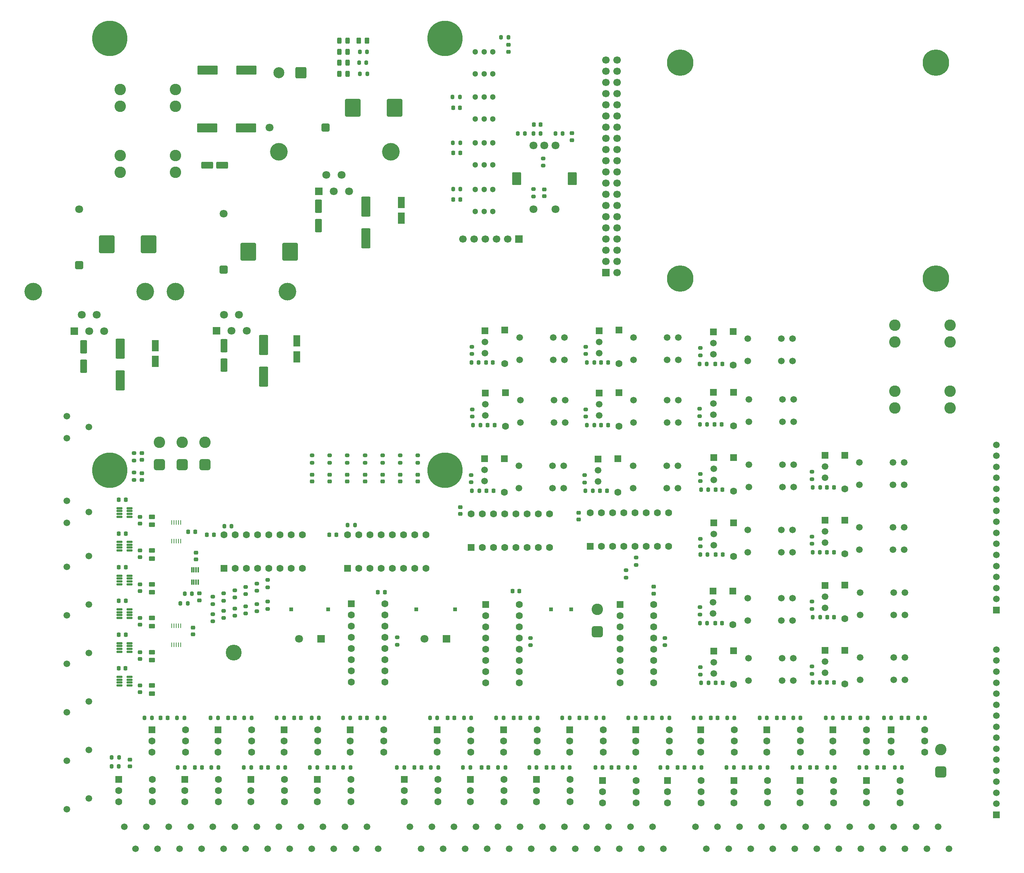
<source format=gbr>
%TF.GenerationSoftware,KiCad,Pcbnew,9.0.6*%
%TF.CreationDate,2025-11-10T19:23:00+01:00*%
%TF.ProjectId,BGA_Steuerung_4layer,4247415f-5374-4657-9565-72756e675f34,rev?*%
%TF.SameCoordinates,Original*%
%TF.FileFunction,Soldermask,Top*%
%TF.FilePolarity,Negative*%
%FSLAX46Y46*%
G04 Gerber Fmt 4.6, Leading zero omitted, Abs format (unit mm)*
G04 Created by KiCad (PCBNEW 9.0.6) date 2025-11-10 19:23:00*
%MOMM*%
%LPD*%
G01*
G04 APERTURE LIST*
G04 Aperture macros list*
%AMRoundRect*
0 Rectangle with rounded corners*
0 $1 Rounding radius*
0 $2 $3 $4 $5 $6 $7 $8 $9 X,Y pos of 4 corners*
0 Add a 4 corners polygon primitive as box body*
4,1,4,$2,$3,$4,$5,$6,$7,$8,$9,$2,$3,0*
0 Add four circle primitives for the rounded corners*
1,1,$1+$1,$2,$3*
1,1,$1+$1,$4,$5*
1,1,$1+$1,$6,$7*
1,1,$1+$1,$8,$9*
0 Add four rect primitives between the rounded corners*
20,1,$1+$1,$2,$3,$4,$5,0*
20,1,$1+$1,$4,$5,$6,$7,0*
20,1,$1+$1,$6,$7,$8,$9,0*
20,1,$1+$1,$8,$9,$2,$3,0*%
G04 Aperture macros list end*
%ADD10C,1.500000*%
%ADD11RoundRect,0.200000X-0.200000X-0.275000X0.200000X-0.275000X0.200000X0.275000X-0.200000X0.275000X0*%
%ADD12R,1.500000X1.500000*%
%ADD13RoundRect,0.250000X-0.550000X-0.550000X0.550000X-0.550000X0.550000X0.550000X-0.550000X0.550000X0*%
%ADD14C,1.600000*%
%ADD15RoundRect,0.250001X-2.049999X-0.799999X2.049999X-0.799999X2.049999X0.799999X-2.049999X0.799999X0*%
%ADD16RoundRect,0.200000X0.200000X0.275000X-0.200000X0.275000X-0.200000X-0.275000X0.200000X-0.275000X0*%
%ADD17RoundRect,0.218750X-0.218750X-0.256250X0.218750X-0.256250X0.218750X0.256250X-0.218750X0.256250X0*%
%ADD18RoundRect,0.225000X0.250000X-0.225000X0.250000X0.225000X-0.250000X0.225000X-0.250000X-0.225000X0*%
%ADD19RoundRect,0.218750X0.218750X0.256250X-0.218750X0.256250X-0.218750X-0.256250X0.218750X-0.256250X0*%
%ADD20R,0.850000X0.850000*%
%ADD21RoundRect,0.200000X-0.275000X0.200000X-0.275000X-0.200000X0.275000X-0.200000X0.275000X0.200000X0*%
%ADD22RoundRect,0.200000X0.275000X-0.200000X0.275000X0.200000X-0.275000X0.200000X-0.275000X-0.200000X0*%
%ADD23RoundRect,0.225000X-0.250000X0.225000X-0.250000X-0.225000X0.250000X-0.225000X0.250000X0.225000X0*%
%ADD24RoundRect,0.250000X-0.450000X0.262500X-0.450000X-0.262500X0.450000X-0.262500X0.450000X0.262500X0*%
%ADD25RoundRect,0.250000X0.650000X-0.650000X0.650000X0.650000X-0.650000X0.650000X-0.650000X-0.650000X0*%
%ADD26C,1.800000*%
%ADD27RoundRect,0.650000X0.650000X-0.650000X0.650000X0.650000X-0.650000X0.650000X-0.650000X-0.650000X0*%
%ADD28C,2.600000*%
%ADD29RoundRect,0.250000X-0.550000X0.550000X-0.550000X-0.550000X0.550000X-0.550000X0.550000X0.550000X0*%
%ADD30RoundRect,0.125000X-0.537500X-0.125000X0.537500X-0.125000X0.537500X0.125000X-0.537500X0.125000X0*%
%ADD31R,1.800000X1.800000*%
%ADD32RoundRect,0.225000X-0.225000X-0.250000X0.225000X-0.250000X0.225000X0.250000X-0.225000X0.250000X0*%
%ADD33C,4.000000*%
%ADD34C,1.498600*%
%ADD35RoundRect,0.218750X0.256250X-0.218750X0.256250X0.218750X-0.256250X0.218750X-0.256250X-0.218750X0*%
%ADD36RoundRect,0.250000X-1.075000X-0.550000X1.075000X-0.550000X1.075000X0.550000X-1.075000X0.550000X0*%
%ADD37RoundRect,0.243750X-0.243750X-0.456250X0.243750X-0.456250X0.243750X0.456250X-0.243750X0.456250X0*%
%ADD38RoundRect,0.225000X0.225000X0.250000X-0.225000X0.250000X-0.225000X-0.250000X0.225000X-0.250000X0*%
%ADD39RoundRect,0.087500X0.087500X-0.537500X0.087500X0.537500X-0.087500X0.537500X-0.087500X-0.537500X0*%
%ADD40C,3.600000*%
%ADD41RoundRect,0.250000X-0.550000X1.050000X-0.550000X-1.050000X0.550000X-1.050000X0.550000X1.050000X0*%
%ADD42RoundRect,0.250000X0.550000X-0.550000X0.550000X0.550000X-0.550000X0.550000X-0.550000X-0.550000X0*%
%ADD43RoundRect,0.250000X-0.550000X1.250000X-0.550000X-1.250000X0.550000X-1.250000X0.550000X1.250000X0*%
%ADD44RoundRect,0.250002X-1.499998X-1.749998X1.499998X-1.749998X1.499998X1.749998X-1.499998X1.749998X0*%
%ADD45R,0.250000X1.100000*%
%ADD46RoundRect,0.250000X0.262500X0.450000X-0.262500X0.450000X-0.262500X-0.450000X0.262500X-0.450000X0*%
%ADD47RoundRect,0.250000X0.650000X0.650000X-0.650000X0.650000X-0.650000X-0.650000X0.650000X-0.650000X0*%
%ADD48RoundRect,0.250000X1.000000X1.000000X-1.000000X1.000000X-1.000000X-1.000000X1.000000X-1.000000X0*%
%ADD49C,2.500000*%
%ADD50RoundRect,0.250001X-0.799999X1.999999X-0.799999X-1.999999X0.799999X-1.999999X0.799999X1.999999X0*%
%ADD51R,1.700000X1.700000*%
%ADD52C,1.700000*%
%ADD53C,1.300000*%
%ADD54RoundRect,0.200000X-0.800000X-1.250000X0.800000X-1.250000X0.800000X1.250000X-0.800000X1.250000X0*%
%ADD55C,6.000000*%
%ADD56C,8.000000*%
G04 APERTURE END LIST*
D10*
%TO.C,J5*%
X58250000Y-260500000D03*
X60750000Y-265500000D03*
X63250000Y-260500000D03*
X65750000Y-265500000D03*
X68250000Y-260500000D03*
X70750000Y-265500000D03*
X73250000Y-260500000D03*
X75750000Y-265500000D03*
X78250000Y-260500000D03*
X80750000Y-265500000D03*
X83250000Y-260500000D03*
X85750000Y-265500000D03*
X88250000Y-260500000D03*
X90750000Y-265500000D03*
X93250000Y-260500000D03*
X95750000Y-265500000D03*
X98250000Y-260500000D03*
X100750000Y-265500000D03*
X103250000Y-260500000D03*
X105750000Y-265500000D03*
X108250000Y-260500000D03*
X110750000Y-265500000D03*
X113250000Y-260500000D03*
X115750000Y-265500000D03*
%TD*%
D11*
%TO.C,R105*%
X136930000Y-155077581D03*
X138580000Y-155077581D03*
%TD*%
D10*
%TO.C,Q5*%
X140125000Y-167100557D03*
X140125000Y-164560557D03*
D12*
X140125000Y-162020557D03*
%TD*%
D10*
%TO.C,Q2*%
X191790714Y-166927744D03*
X191790714Y-164387744D03*
D12*
X191790714Y-161847744D03*
%TD*%
D10*
%TO.C,Q13*%
X217130000Y-225500000D03*
X217130000Y-222960000D03*
D12*
X217130000Y-220420000D03*
%TD*%
D13*
%TO.C,U28*%
X71945000Y-249710000D03*
D14*
X71945000Y-252250000D03*
X71945000Y-254790000D03*
X79565000Y-254790000D03*
X79565000Y-252250000D03*
X79565000Y-249710000D03*
%TD*%
D11*
%TO.C,R107*%
X162800000Y-184217790D03*
X164450000Y-184217790D03*
%TD*%
D15*
%TO.C,C2*%
X77000000Y-101800000D03*
X85800000Y-101800000D03*
%TD*%
D11*
%TO.C,R108*%
X163125000Y-155077581D03*
X164775000Y-155077581D03*
%TD*%
D16*
%TO.C,R25*%
X166900000Y-235750000D03*
X165250000Y-235750000D03*
%TD*%
D11*
%TO.C,R102*%
X137300000Y-169270557D03*
X138950000Y-169270557D03*
%TD*%
D17*
%TO.C,D19*%
X153962500Y-247000000D03*
X155537500Y-247000000D03*
%TD*%
D18*
%TO.C,C10*%
X178250000Y-207525000D03*
X178250000Y-205975000D03*
%TD*%
D19*
%TO.C,D58*%
X193650714Y-169137744D03*
X192075714Y-169137744D03*
%TD*%
D17*
%TO.C,D22*%
X131500000Y-235750000D03*
X133075000Y-235750000D03*
%TD*%
D19*
%TO.C,D65*%
X193790125Y-214204186D03*
X192215125Y-214204186D03*
%TD*%
D10*
%TO.C,Q14*%
X191870000Y-225646837D03*
X191870000Y-223106837D03*
D12*
X191870000Y-220566837D03*
%TD*%
D20*
%TO.C,J20*%
X155000000Y-211100000D03*
%TD*%
D17*
%TO.C,D25*%
X104250000Y-247000000D03*
X105825000Y-247000000D03*
%TD*%
D21*
%TO.C,R128*%
X120100000Y-217475000D03*
X120100000Y-219125000D03*
%TD*%
D22*
%TO.C,R65*%
X214130000Y-196231326D03*
X214130000Y-194581326D03*
%TD*%
D17*
%TO.C,D28*%
X81712500Y-235750000D03*
X83287500Y-235750000D03*
%TD*%
D23*
%TO.C,C44*%
X145300000Y-82950000D03*
X145300000Y-84500000D03*
%TD*%
D24*
%TO.C,R84*%
X64500000Y-213065000D03*
X64500000Y-214890000D03*
%TD*%
D25*
%TO.C,D2*%
X80750000Y-134000000D03*
D26*
X80750000Y-121300000D03*
%TD*%
D27*
%TO.C,REF\u002A\u002A*%
X243400000Y-248000000D03*
D28*
X243400000Y-242920000D03*
%TD*%
D13*
%TO.C,U8*%
X211445000Y-249960000D03*
D14*
X211445000Y-252500000D03*
X211445000Y-255040000D03*
X219065000Y-255040000D03*
X219065000Y-252500000D03*
X219065000Y-249960000D03*
%TD*%
D11*
%TO.C,R20*%
X187295000Y-235750000D03*
X188945000Y-235750000D03*
%TD*%
D12*
%TO.C,J6*%
X256000000Y-211250000D03*
D10*
X256000000Y-208750000D03*
X256000000Y-206250000D03*
X256000000Y-203750000D03*
X256000000Y-201250000D03*
X256000000Y-198750000D03*
X256000000Y-196250000D03*
X256000000Y-193750000D03*
X256000000Y-191250000D03*
X256000000Y-188750000D03*
X256000000Y-186250000D03*
X256000000Y-183750000D03*
X256000000Y-181250000D03*
X256000000Y-178750000D03*
X256000000Y-176250000D03*
X256000000Y-173750000D03*
%TD*%
D21*
%TO.C,R6*%
X174250000Y-199350000D03*
X174250000Y-201000000D03*
%TD*%
D22*
%TO.C,R63*%
X214130000Y-181549489D03*
X214130000Y-179899489D03*
%TD*%
D29*
%TO.C,D44*%
X221630000Y-220400000D03*
D14*
X221630000Y-228020000D03*
%TD*%
D22*
%TO.C,R122*%
X151000000Y-117375000D03*
X151000000Y-115725000D03*
%TD*%
D17*
%TO.C,D13*%
X198675000Y-247000000D03*
X200250000Y-247000000D03*
%TD*%
D30*
%TO.C,U42*%
X57112500Y-195795000D03*
X57112500Y-196445000D03*
X57112500Y-197095000D03*
X57112500Y-197745000D03*
X59387500Y-197745000D03*
X59387500Y-197095000D03*
X59387500Y-196445000D03*
X59387500Y-195795000D03*
%TD*%
D11*
%TO.C,R18*%
X194795000Y-247000000D03*
X196445000Y-247000000D03*
%TD*%
%TO.C,R47*%
X92795000Y-235750000D03*
X94445000Y-235750000D03*
%TD*%
D10*
%TO.C,Q11*%
X217130000Y-195986326D03*
X217130000Y-193446326D03*
D12*
X217130000Y-190906326D03*
%TD*%
D16*
%TO.C,R21*%
X189075000Y-247000000D03*
X187425000Y-247000000D03*
%TD*%
D13*
%TO.C,U9*%
X232130000Y-238460000D03*
D14*
X232130000Y-241000000D03*
X232130000Y-243540000D03*
X239750000Y-243540000D03*
X239750000Y-241000000D03*
X239750000Y-238460000D03*
%TD*%
D18*
%TO.C,C20*%
X62200000Y-177200000D03*
X62200000Y-175650000D03*
%TD*%
D22*
%TO.C,R66*%
X188894286Y-196772349D03*
X188894286Y-195122349D03*
%TD*%
D13*
%TO.C,U25*%
X94445000Y-238460000D03*
D14*
X94445000Y-241000000D03*
X94445000Y-243540000D03*
X102065000Y-243540000D03*
X102065000Y-241000000D03*
X102065000Y-238460000D03*
%TD*%
D31*
%TO.C,J22*%
X102800000Y-217800000D03*
D26*
X97800000Y-217800000D03*
%TD*%
D16*
%TO.C,R40*%
X109500000Y-247000000D03*
X107850000Y-247000000D03*
%TD*%
D17*
%TO.C,D12*%
X228962500Y-247000000D03*
X230537500Y-247000000D03*
%TD*%
D22*
%TO.C,R70*%
X188752625Y-212279186D03*
X188752625Y-210629186D03*
%TD*%
D32*
%TO.C,C41*%
X132825000Y-118100000D03*
X134375000Y-118100000D03*
%TD*%
D33*
%TO.C,HS1*%
X118700000Y-107250000D03*
X93300000Y-107250000D03*
%TD*%
D21*
%TO.C,R93*%
X90750000Y-204425000D03*
X90750000Y-206075000D03*
%TD*%
D20*
%TO.C,J19*%
X133220000Y-211100000D03*
%TD*%
D22*
%TO.C,R67*%
X214130000Y-225745000D03*
X214130000Y-224095000D03*
%TD*%
D34*
%TO.C,K7*%
X157860000Y-178534441D03*
X155320000Y-178534441D03*
X147700000Y-178534441D03*
X147700000Y-183614441D03*
X155320000Y-183614441D03*
X157860000Y-183614441D03*
%TD*%
D10*
%TO.C,J15*%
X45200000Y-212470000D03*
X50200000Y-210000000D03*
%TD*%
D11*
%TO.C,R29*%
X172545000Y-235750000D03*
X174195000Y-235750000D03*
%TD*%
D16*
%TO.C,R42*%
X94725000Y-247000000D03*
X93075000Y-247000000D03*
%TD*%
D10*
%TO.C,Q15*%
X217130000Y-210743163D03*
X217130000Y-208203163D03*
D12*
X217130000Y-205663163D03*
%TD*%
D13*
%TO.C,U5*%
X170630000Y-209970000D03*
D14*
X170630000Y-212510000D03*
X170630000Y-215050000D03*
X170630000Y-217590000D03*
X170630000Y-220130000D03*
X170630000Y-222670000D03*
X170630000Y-225210000D03*
X170630000Y-227750000D03*
X178250000Y-227750000D03*
X178250000Y-225210000D03*
X178250000Y-222670000D03*
X178250000Y-220130000D03*
X178250000Y-217590000D03*
X178250000Y-215050000D03*
X178250000Y-212510000D03*
X178250000Y-209970000D03*
%TD*%
D13*
%TO.C,U11*%
X196445000Y-249960000D03*
D14*
X196445000Y-252500000D03*
X196445000Y-255040000D03*
X204065000Y-255040000D03*
X204065000Y-252500000D03*
X204065000Y-249960000D03*
%TD*%
D21*
%TO.C,R97*%
X85750000Y-206000000D03*
X85750000Y-207650000D03*
%TD*%
D11*
%TO.C,R123*%
X132775000Y-115700000D03*
X134425000Y-115700000D03*
%TD*%
D18*
%TO.C,C22*%
X61750000Y-229935000D03*
X61750000Y-228385000D03*
%TD*%
D22*
%TO.C,R60*%
X162875000Y-167345558D03*
X162875000Y-165695558D03*
%TD*%
D19*
%TO.C,D64*%
X219205000Y-212913163D03*
X217630000Y-212913163D03*
%TD*%
D11*
%TO.C,R117*%
X132750000Y-105200000D03*
X134400000Y-105200000D03*
%TD*%
D23*
%TO.C,C19*%
X73750000Y-215225000D03*
X73750000Y-216775000D03*
%TD*%
D35*
%TO.C,D53*%
X104800000Y-182087500D03*
X104800000Y-180512500D03*
%TD*%
%TO.C,D48*%
X124800000Y-182087500D03*
X124800000Y-180512500D03*
%TD*%
D19*
%TO.C,D69*%
X193907500Y-227816837D03*
X192332500Y-227816837D03*
%TD*%
D36*
%TO.C,C3*%
X77050000Y-110300000D03*
X80400000Y-110300000D03*
%TD*%
D10*
%TO.C,J14*%
X45200000Y-223470000D03*
X50200000Y-221000000D03*
%TD*%
D11*
%TO.C,R46*%
X100295000Y-247000000D03*
X101945000Y-247000000D03*
%TD*%
D29*
%TO.C,D36*%
X144625000Y-161960557D03*
D14*
X144625000Y-169580557D03*
%TD*%
D31*
%TO.C,U3*%
X102350000Y-116200000D03*
D26*
X104050000Y-112500000D03*
X105750000Y-116200000D03*
X107450000Y-112500000D03*
X109150000Y-116200000D03*
%TD*%
D37*
%TO.C,D1*%
X107000000Y-82000000D03*
X108875000Y-82000000D03*
%TD*%
D17*
%TO.C,D14*%
X191212500Y-235750000D03*
X192787500Y-235750000D03*
%TD*%
D38*
%TO.C,C18*%
X74275000Y-193500000D03*
X72725000Y-193500000D03*
%TD*%
D16*
%TO.C,R26*%
X159250000Y-247000000D03*
X157600000Y-247000000D03*
%TD*%
D17*
%TO.C,D16*%
X176425000Y-235750000D03*
X178000000Y-235750000D03*
%TD*%
D22*
%TO.C,R62*%
X162625000Y-182292790D03*
X162625000Y-180642790D03*
%TD*%
D35*
%TO.C,D49*%
X120800000Y-182087500D03*
X120800000Y-180512500D03*
%TD*%
D22*
%TO.C,R58*%
X162875000Y-153152581D03*
X162875000Y-151502581D03*
%TD*%
D30*
%TO.C,U39*%
X57112500Y-218775000D03*
X57112500Y-219425000D03*
X57112500Y-220075000D03*
X57112500Y-220725000D03*
X59387500Y-220725000D03*
X59387500Y-220075000D03*
X59387500Y-219425000D03*
X59387500Y-218775000D03*
%TD*%
D11*
%TO.C,R10*%
X209795000Y-247000000D03*
X211445000Y-247000000D03*
%TD*%
D18*
%TO.C,C38*%
X153500000Y-117325000D03*
X153500000Y-115775000D03*
%TD*%
D21*
%TO.C,R98*%
X85750000Y-210425000D03*
X85750000Y-212075000D03*
%TD*%
D11*
%TO.C,R54*%
X55326466Y-246762141D03*
X56976466Y-246762141D03*
%TD*%
D35*
%TO.C,D31*%
X59500000Y-246787500D03*
X59500000Y-245212500D03*
%TD*%
D39*
%TO.C,U35*%
X73500000Y-204900000D03*
X74000000Y-204900000D03*
X74500000Y-204900000D03*
X75000000Y-204900000D03*
X75000000Y-202100000D03*
X74500000Y-202100000D03*
X74000000Y-202100000D03*
X73500000Y-202100000D03*
%TD*%
D11*
%TO.C,R124*%
X132675000Y-94800000D03*
X134325000Y-94800000D03*
%TD*%
D40*
%TO.C,REF\u002A\u002A*%
X83000000Y-220900000D03*
%TD*%
D29*
%TO.C,D35*%
X170375000Y-147727581D03*
D14*
X170375000Y-155347581D03*
%TD*%
D22*
%TO.C,R61*%
X136875000Y-182252791D03*
X136875000Y-180602791D03*
%TD*%
D21*
%TO.C,R95*%
X88250000Y-205250000D03*
X88250000Y-206900000D03*
%TD*%
D22*
%TO.C,R56*%
X188650714Y-167212744D03*
X188650714Y-165562744D03*
%TD*%
D34*
%TO.C,K12*%
X209800000Y-193053999D03*
X207260000Y-193053999D03*
X199640000Y-193053999D03*
X199640000Y-198133999D03*
X207260000Y-198133999D03*
X209800000Y-198133999D03*
%TD*%
D11*
%TO.C,R115*%
X189045000Y-227816837D03*
X190695000Y-227816837D03*
%TD*%
D17*
%TO.C,D26*%
X96712500Y-235750000D03*
X98287500Y-235750000D03*
%TD*%
D20*
%TO.C,J21*%
X159600000Y-211100000D03*
%TD*%
D38*
%TO.C,C11*%
X147775000Y-207000000D03*
X146225000Y-207000000D03*
%TD*%
D11*
%TO.C,R101*%
X188666786Y-155364744D03*
X190316786Y-155364744D03*
%TD*%
D21*
%TO.C,R71*%
X124800000Y-176168750D03*
X124800000Y-177818750D03*
%TD*%
D11*
%TO.C,R49*%
X77795000Y-235750000D03*
X79445000Y-235750000D03*
%TD*%
D21*
%TO.C,R74*%
X112800000Y-176168750D03*
X112800000Y-177818750D03*
%TD*%
D16*
%TO.C,R130*%
X82525000Y-192200000D03*
X80875000Y-192200000D03*
%TD*%
D38*
%TO.C,C15*%
X106275000Y-194185000D03*
X104725000Y-194185000D03*
%TD*%
D10*
%TO.C,J13*%
X45200000Y-234470000D03*
X50200000Y-232000000D03*
%TD*%
D24*
%TO.C,R92*%
X64500000Y-190085000D03*
X64500000Y-191910000D03*
%TD*%
D16*
%TO.C,R15*%
X234575000Y-247000000D03*
X232925000Y-247000000D03*
%TD*%
D21*
%TO.C,R99*%
X104800000Y-176168750D03*
X104800000Y-177818750D03*
%TD*%
D13*
%TO.C,U19*%
X136695000Y-249710000D03*
D14*
X136695000Y-252250000D03*
X136695000Y-254790000D03*
X144315000Y-254790000D03*
X144315000Y-252250000D03*
X144315000Y-249710000D03*
%TD*%
D34*
%TO.C,K13*%
X235260000Y-207269813D03*
X232720000Y-207269813D03*
X225100000Y-207269813D03*
X225100000Y-212349813D03*
X232720000Y-212349813D03*
X235260000Y-212349813D03*
%TD*%
D10*
%TO.C,Q9*%
X217130000Y-181229489D03*
X217130000Y-178689489D03*
D12*
X217130000Y-176149489D03*
%TD*%
D29*
%TO.C,D40*%
X221630000Y-176129489D03*
D14*
X221630000Y-183749489D03*
%TD*%
D10*
%TO.C,J16*%
X45200000Y-201470000D03*
X50200000Y-199000000D03*
%TD*%
D41*
%TO.C,C37*%
X97295807Y-150150000D03*
X97295807Y-153750000D03*
%TD*%
D17*
%TO.C,D21*%
X139212500Y-247000000D03*
X140787500Y-247000000D03*
%TD*%
D34*
%TO.C,K2*%
X209760000Y-149681394D03*
X207220000Y-149681394D03*
X199600000Y-149681394D03*
X199600000Y-154761394D03*
X207220000Y-154761394D03*
X209760000Y-154761394D03*
%TD*%
D21*
%TO.C,R86*%
X60450000Y-180075000D03*
X60450000Y-181725000D03*
%TD*%
D11*
%TO.C,R103*%
X163125000Y-169270558D03*
X164775000Y-169270558D03*
%TD*%
D19*
%TO.C,D67*%
X219130000Y-198156326D03*
X217555000Y-198156326D03*
%TD*%
D21*
%TO.C,R100*%
X100800000Y-176168750D03*
X100800000Y-177818750D03*
%TD*%
D17*
%TO.C,D29*%
X74212500Y-247000000D03*
X75787500Y-247000000D03*
%TD*%
D37*
%TO.C,D5*%
X107000000Y-84500000D03*
X108875000Y-84500000D03*
%TD*%
D11*
%TO.C,R8*%
X217295000Y-235750000D03*
X218945000Y-235750000D03*
%TD*%
%TO.C,R110*%
X214380000Y-212913163D03*
X216030000Y-212913163D03*
%TD*%
D16*
%TO.C,R43*%
X87075000Y-235750000D03*
X85425000Y-235750000D03*
%TD*%
D13*
%TO.C,U31*%
X109695000Y-209860000D03*
D14*
X109695000Y-212400000D03*
X109695000Y-214940000D03*
X109695000Y-217480000D03*
X109695000Y-220020000D03*
X109695000Y-222560000D03*
X109695000Y-225100000D03*
X109695000Y-227640000D03*
X117315000Y-227640000D03*
X117315000Y-225100000D03*
X117315000Y-222560000D03*
X117315000Y-220020000D03*
X117315000Y-217480000D03*
X117315000Y-214940000D03*
X117315000Y-212400000D03*
X117315000Y-209860000D03*
%TD*%
D20*
%TO.C,J18*%
X124400000Y-211100000D03*
%TD*%
D33*
%TO.C,HS2*%
X62950000Y-139000000D03*
X37550000Y-139000000D03*
%TD*%
D13*
%TO.C,U12*%
X188945000Y-238460000D03*
D14*
X188945000Y-241000000D03*
X188945000Y-243540000D03*
X196565000Y-243540000D03*
X196565000Y-241000000D03*
X196565000Y-238460000D03*
%TD*%
D19*
%TO.C,D68*%
X219130000Y-227670000D03*
X217555000Y-227670000D03*
%TD*%
D42*
%TO.C,U33*%
X163860000Y-196805000D03*
D14*
X166400000Y-196805000D03*
X168940000Y-196805000D03*
X171480000Y-196805000D03*
X174020000Y-196805000D03*
X176560000Y-196805000D03*
X179100000Y-196805000D03*
X181640000Y-196805000D03*
X181640000Y-189185000D03*
X179100000Y-189185000D03*
X176560000Y-189185000D03*
X174020000Y-189185000D03*
X171480000Y-189185000D03*
X168940000Y-189185000D03*
X166400000Y-189185000D03*
X163860000Y-189185000D03*
%TD*%
D10*
%TO.C,Q4*%
X165875000Y-152907581D03*
X165875000Y-150367581D03*
D12*
X165875000Y-147827581D03*
%TD*%
D24*
%TO.C,R90*%
X64500000Y-197745000D03*
X64500000Y-199570000D03*
%TD*%
D35*
%TO.C,D52*%
X108800000Y-182087500D03*
X108800000Y-180512500D03*
%TD*%
D38*
%TO.C,C32*%
X58525000Y-186250000D03*
X56975000Y-186250000D03*
%TD*%
D29*
%TO.C,D33*%
X196400714Y-161827744D03*
D14*
X196400714Y-169447744D03*
%TD*%
D30*
%TO.C,U43*%
X57112500Y-188135000D03*
X57112500Y-188785000D03*
X57112500Y-189435000D03*
X57112500Y-190085000D03*
X59387500Y-190085000D03*
X59387500Y-189435000D03*
X59387500Y-188785000D03*
X59387500Y-188135000D03*
%TD*%
D24*
%TO.C,R88*%
X64500000Y-205405000D03*
X64500000Y-207230000D03*
%TD*%
D16*
%TO.C,R23*%
X181825000Y-235750000D03*
X180175000Y-235750000D03*
%TD*%
D11*
%TO.C,R112*%
X189017500Y-183940512D03*
X190667500Y-183940512D03*
%TD*%
D29*
%TO.C,D34*%
X144505000Y-147727581D03*
D14*
X144505000Y-155347581D03*
%TD*%
D23*
%TO.C,C21*%
X62200000Y-180175000D03*
X62200000Y-181725000D03*
%TD*%
D34*
%TO.C,K10*%
X210000000Y-178297162D03*
X207460000Y-178297162D03*
X199840000Y-178297162D03*
X199840000Y-183377162D03*
X207460000Y-183377162D03*
X210000000Y-183377162D03*
%TD*%
D16*
%TO.C,R19*%
X196575000Y-235750000D03*
X194925000Y-235750000D03*
%TD*%
D34*
%TO.C,K9*%
X235100000Y-177756139D03*
X232560000Y-177756139D03*
X224940000Y-177756139D03*
X224940000Y-182836139D03*
X232560000Y-182836139D03*
X235100000Y-182836139D03*
%TD*%
D16*
%TO.C,R44*%
X79575000Y-247000000D03*
X77925000Y-247000000D03*
%TD*%
%TO.C,R27*%
X151900000Y-235750000D03*
X150250000Y-235750000D03*
%TD*%
D29*
%TO.C,D37*%
X170375000Y-161960558D03*
D14*
X170375000Y-169580558D03*
%TD*%
D29*
%TO.C,D46*%
X221630000Y-205643163D03*
D14*
X221630000Y-213263163D03*
%TD*%
D41*
%TO.C,C36*%
X65250000Y-151225000D03*
X65250000Y-154825000D03*
%TD*%
D32*
%TO.C,C39*%
X151100000Y-101050000D03*
X152650000Y-101050000D03*
%TD*%
D42*
%TO.C,U44*%
X80860000Y-201805000D03*
D14*
X83400000Y-201805000D03*
X85940000Y-201805000D03*
X88480000Y-201805000D03*
X91020000Y-201805000D03*
X93560000Y-201805000D03*
X96100000Y-201805000D03*
X98640000Y-201805000D03*
X98640000Y-194185000D03*
X96100000Y-194185000D03*
X93560000Y-194185000D03*
X91020000Y-194185000D03*
X88480000Y-194185000D03*
X85940000Y-194185000D03*
X83400000Y-194185000D03*
X80860000Y-194185000D03*
%TD*%
D18*
%TO.C,C16*%
X75250000Y-209050000D03*
X75250000Y-207500000D03*
%TD*%
D38*
%TO.C,C30*%
X58525000Y-193900000D03*
X56975000Y-193900000D03*
%TD*%
D43*
%TO.C,C8*%
X102250000Y-119550000D03*
X102250000Y-123950000D03*
%TD*%
D35*
%TO.C,D50*%
X116800000Y-182087500D03*
X116800000Y-180512500D03*
%TD*%
D16*
%TO.C,R78*%
X73575000Y-207525000D03*
X71925000Y-207525000D03*
%TD*%
D11*
%TO.C,R104*%
X188750714Y-169137744D03*
X190400714Y-169137744D03*
%TD*%
D13*
%TO.C,U6*%
X226565000Y-249960000D03*
D14*
X226565000Y-252500000D03*
X226565000Y-255040000D03*
X234185000Y-255040000D03*
X234185000Y-252500000D03*
X234185000Y-249960000D03*
%TD*%
D38*
%TO.C,C34*%
X78500000Y-194185000D03*
X76950000Y-194185000D03*
%TD*%
D27*
%TO.C,REF\u002A\u002A*%
X71300000Y-178280000D03*
D28*
X71300000Y-173200000D03*
%TD*%
D25*
%TO.C,D3*%
X48000000Y-132950000D03*
D26*
X48000000Y-120250000D03*
%TD*%
D11*
%TO.C,R22*%
X179795000Y-247000000D03*
X181445000Y-247000000D03*
%TD*%
D44*
%TO.C,L2*%
X54250000Y-128250000D03*
X63750000Y-128250000D03*
%TD*%
D16*
%TO.C,R77*%
X72575000Y-209750000D03*
X70925000Y-209750000D03*
%TD*%
D31*
%TO.C,U2*%
X79145807Y-147900000D03*
D26*
X80845807Y-144200000D03*
X82545807Y-147900000D03*
X84245807Y-144200000D03*
X85945807Y-147900000D03*
%TD*%
D27*
%TO.C,REF\u002A\u002A*%
X165500000Y-216180000D03*
D28*
X165500000Y-211100000D03*
%TD*%
D21*
%TO.C,R75*%
X108800000Y-176168750D03*
X108800000Y-177818750D03*
%TD*%
%TO.C,R83*%
X80750000Y-207500000D03*
X80750000Y-209150000D03*
%TD*%
D22*
%TO.C,R64*%
X188870000Y-182015512D03*
X188870000Y-180365512D03*
%TD*%
D10*
%TO.C,Q12*%
X191894286Y-196527349D03*
X191894286Y-193987349D03*
D12*
X191894286Y-191447349D03*
%TD*%
D17*
%TO.C,D27*%
X89262500Y-247000000D03*
X90837500Y-247000000D03*
%TD*%
D21*
%TO.C,R96*%
X88250000Y-209925000D03*
X88250000Y-211575000D03*
%TD*%
D16*
%TO.C,R39*%
X117250000Y-235750000D03*
X115600000Y-235750000D03*
%TD*%
D21*
%TO.C,R94*%
X90750000Y-209350000D03*
X90750000Y-211000000D03*
%TD*%
D18*
%TO.C,C13*%
X134400000Y-189475000D03*
X134400000Y-187925000D03*
%TD*%
D20*
%TO.C,J23*%
X96090000Y-211100000D03*
%TD*%
D16*
%TO.C,R17*%
X204075000Y-247000000D03*
X202425000Y-247000000D03*
%TD*%
D45*
%TO.C,U36*%
X71000000Y-214850000D03*
X70500000Y-214850000D03*
X70000000Y-214850000D03*
X69500000Y-214850000D03*
X69000000Y-214850000D03*
X69000000Y-219150000D03*
X69500000Y-219150000D03*
X70000000Y-219150000D03*
X70500000Y-219150000D03*
X71000000Y-219150000D03*
%TD*%
D22*
%TO.C,R59*%
X137125000Y-167345557D03*
X137125000Y-165695557D03*
%TD*%
D29*
%TO.C,D43*%
X196394286Y-191427349D03*
D14*
X196394286Y-199047349D03*
%TD*%
D17*
%TO.C,D10*%
X206250000Y-235750000D03*
X207825000Y-235750000D03*
%TD*%
D19*
%TO.C,D61*%
X167662500Y-184217790D03*
X166087500Y-184217790D03*
%TD*%
D16*
%TO.C,R9*%
X219325000Y-247000000D03*
X217675000Y-247000000D03*
%TD*%
D19*
%TO.C,D66*%
X193870000Y-183940512D03*
X192295000Y-183940512D03*
%TD*%
D34*
%TO.C,K3*%
X158000000Y-149354231D03*
X155460000Y-149354231D03*
X147840000Y-149354231D03*
X147840000Y-154434231D03*
X155460000Y-154434231D03*
X158000000Y-154434231D03*
%TD*%
D17*
%TO.C,D17*%
X168712500Y-247000000D03*
X170287500Y-247000000D03*
%TD*%
D13*
%TO.C,U18*%
X144195000Y-238460000D03*
D14*
X144195000Y-241000000D03*
X144195000Y-243540000D03*
X151815000Y-243540000D03*
X151815000Y-241000000D03*
X151815000Y-238460000D03*
%TD*%
D38*
%TO.C,C28*%
X58525000Y-201550000D03*
X56975000Y-201550000D03*
%TD*%
D21*
%TO.C,R127*%
X150300000Y-217590000D03*
X150300000Y-219240000D03*
%TD*%
D37*
%TO.C,D4*%
X107000000Y-87000000D03*
X108875000Y-87000000D03*
%TD*%
D17*
%TO.C,D18*%
X161462500Y-235750000D03*
X163037500Y-235750000D03*
%TD*%
%TO.C,D15*%
X183712500Y-247000000D03*
X185287500Y-247000000D03*
%TD*%
D21*
%TO.C,R87*%
X80750000Y-211425000D03*
X80750000Y-213075000D03*
%TD*%
D16*
%TO.C,R28*%
X144650000Y-247000000D03*
X143000000Y-247000000D03*
%TD*%
D29*
%TO.C,D41*%
X196370000Y-176670512D03*
D14*
X196370000Y-184290512D03*
%TD*%
D24*
%TO.C,R79*%
X64500000Y-228385000D03*
X64500000Y-230210000D03*
%TD*%
D11*
%TO.C,R119*%
X151000000Y-103050000D03*
X152650000Y-103050000D03*
%TD*%
D10*
%TO.C,Q7*%
X139875000Y-182007791D03*
X139875000Y-179467791D03*
D12*
X139875000Y-176927791D03*
%TD*%
D46*
%TO.C,R1*%
X113250000Y-82000000D03*
X111425000Y-82000000D03*
%TD*%
D16*
%TO.C,R51*%
X71825000Y-235750000D03*
X70175000Y-235750000D03*
%TD*%
D32*
%TO.C,C43*%
X132800000Y-97200000D03*
X134350000Y-97200000D03*
%TD*%
D11*
%TO.C,R37*%
X127545000Y-235750000D03*
X129195000Y-235750000D03*
%TD*%
D42*
%TO.C,U34*%
X108880000Y-201805000D03*
D14*
X111420000Y-201805000D03*
X113960000Y-201805000D03*
X116500000Y-201805000D03*
X119040000Y-201805000D03*
X121580000Y-201805000D03*
X124120000Y-201805000D03*
X126660000Y-201805000D03*
X126660000Y-194185000D03*
X124120000Y-194185000D03*
X121580000Y-194185000D03*
X119040000Y-194185000D03*
X116500000Y-194185000D03*
X113960000Y-194185000D03*
X111420000Y-194185000D03*
X108880000Y-194185000D03*
%TD*%
D29*
%TO.C,D38*%
X144375000Y-176907791D03*
D14*
X144375000Y-184527791D03*
%TD*%
D13*
%TO.C,U21*%
X121695000Y-249710000D03*
D14*
X121695000Y-252250000D03*
X121695000Y-254790000D03*
X129315000Y-254790000D03*
X129315000Y-252250000D03*
X129315000Y-249710000D03*
%TD*%
D21*
%TO.C,R126*%
X180800000Y-217590000D03*
X180800000Y-219240000D03*
%TD*%
%TO.C,R89*%
X83250000Y-206750000D03*
X83250000Y-208400000D03*
%TD*%
D34*
%TO.C,K11*%
X235060000Y-192512976D03*
X232520000Y-192512976D03*
X224900000Y-192512976D03*
X224900000Y-197592976D03*
X232520000Y-197592976D03*
X235060000Y-197592976D03*
%TD*%
D22*
%TO.C,R120*%
X153200000Y-110375000D03*
X153200000Y-108725000D03*
%TD*%
D11*
%TO.C,R14*%
X230480000Y-235750000D03*
X232130000Y-235750000D03*
%TD*%
D17*
%TO.C,D11*%
X234462500Y-235750000D03*
X236037500Y-235750000D03*
%TD*%
D11*
%TO.C,R30*%
X165045000Y-247000000D03*
X166695000Y-247000000D03*
%TD*%
D34*
%TO.C,K1*%
X210040000Y-163454394D03*
X207500000Y-163454394D03*
X199880000Y-163454394D03*
X199880000Y-168534394D03*
X207500000Y-168534394D03*
X210040000Y-168534394D03*
%TD*%
D16*
%TO.C,R129*%
X110525000Y-192000000D03*
X108875000Y-192000000D03*
%TD*%
D11*
%TO.C,R50*%
X70295000Y-247000000D03*
X71945000Y-247000000D03*
%TD*%
D35*
%TO.C,D51*%
X112800000Y-182087500D03*
X112800000Y-180512500D03*
%TD*%
D10*
%TO.C,Q8*%
X165625000Y-182047790D03*
X165625000Y-179507790D03*
D12*
X165625000Y-176967790D03*
%TD*%
D13*
%TO.C,U14*%
X174195000Y-238460000D03*
D14*
X174195000Y-241000000D03*
X174195000Y-243540000D03*
X181815000Y-243540000D03*
X181815000Y-241000000D03*
X181815000Y-238460000D03*
%TD*%
D13*
%TO.C,U16*%
X159195000Y-238460000D03*
D14*
X159195000Y-241000000D03*
X159195000Y-243540000D03*
X166815000Y-243540000D03*
X166815000Y-241000000D03*
X166815000Y-238460000D03*
%TD*%
D38*
%TO.C,C24*%
X58525000Y-216850000D03*
X56975000Y-216850000D03*
%TD*%
D47*
%TO.C,D6*%
X103850000Y-101750000D03*
D26*
X91150000Y-101750000D03*
%TD*%
D11*
%TO.C,R33*%
X142545000Y-235750000D03*
X144195000Y-235750000D03*
%TD*%
%TO.C,R48*%
X85325000Y-247000000D03*
X86975000Y-247000000D03*
%TD*%
D10*
%TO.C,J3*%
X187750000Y-260500000D03*
X190250000Y-265500000D03*
X192750000Y-260500000D03*
X195250000Y-265500000D03*
X197750000Y-260500000D03*
X200250000Y-265500000D03*
X202750000Y-260500000D03*
X205250000Y-265500000D03*
X207750000Y-260500000D03*
X210250000Y-265500000D03*
X212750000Y-260500000D03*
X215250000Y-265500000D03*
X217750000Y-260500000D03*
X220250000Y-265500000D03*
X222750000Y-260500000D03*
X225250000Y-265500000D03*
X227750000Y-260500000D03*
X230250000Y-265500000D03*
X232750000Y-260500000D03*
X235250000Y-265500000D03*
X237750000Y-260500000D03*
X240250000Y-265500000D03*
X242750000Y-260500000D03*
X245250000Y-265500000D03*
%TD*%
D11*
%TO.C,R32*%
X150045000Y-247000000D03*
X151695000Y-247000000D03*
%TD*%
D18*
%TO.C,C25*%
X61750000Y-222387500D03*
X61750000Y-220837500D03*
%TD*%
D22*
%TO.C,R57*%
X137005000Y-153152581D03*
X137005000Y-151502581D03*
%TD*%
D35*
%TO.C,D54*%
X100800000Y-182087500D03*
X100800000Y-180512500D03*
%TD*%
D10*
%TO.C,J11*%
X45200000Y-256470000D03*
X50200000Y-254000000D03*
%TD*%
D16*
%TO.C,R2*%
X113112500Y-87000000D03*
X111462500Y-87000000D03*
%TD*%
D38*
%TO.C,C23*%
X58500000Y-224500000D03*
X56950000Y-224500000D03*
%TD*%
D13*
%TO.C,U17*%
X151695000Y-249710000D03*
D14*
X151695000Y-252250000D03*
X151695000Y-254790000D03*
X159315000Y-254790000D03*
X159315000Y-252250000D03*
X159315000Y-249710000D03*
%TD*%
D37*
%TO.C,D7*%
X107000000Y-89500000D03*
X108875000Y-89500000D03*
%TD*%
D19*
%TO.C,D59*%
X141792500Y-155077581D03*
X140217500Y-155077581D03*
%TD*%
D10*
%TO.C,Q16*%
X191752625Y-212034186D03*
X191752625Y-209494186D03*
D12*
X191752625Y-206954186D03*
%TD*%
D13*
%TO.C,U22*%
X140162500Y-209970000D03*
D14*
X140162500Y-212510000D03*
X140162500Y-215050000D03*
X140162500Y-217590000D03*
X140162500Y-220130000D03*
X140162500Y-222670000D03*
X140162500Y-225210000D03*
X140162500Y-227750000D03*
X147782500Y-227750000D03*
X147782500Y-225210000D03*
X147782500Y-222670000D03*
X147782500Y-220130000D03*
X147782500Y-217590000D03*
X147782500Y-215050000D03*
X147782500Y-212510000D03*
X147782500Y-209970000D03*
%TD*%
D45*
%TO.C,U37*%
X71000000Y-191350000D03*
X70500000Y-191350000D03*
X70000000Y-191350000D03*
X69500000Y-191350000D03*
X69000000Y-191350000D03*
X69000000Y-195650000D03*
X69500000Y-195650000D03*
X70000000Y-195650000D03*
X70500000Y-195650000D03*
X71000000Y-195650000D03*
%TD*%
D48*
%TO.C,J2*%
X98250000Y-89250000D03*
D49*
X93250000Y-89250000D03*
%TD*%
D31*
%TO.C,J17*%
X131283750Y-217800000D03*
D26*
X126283750Y-217800000D03*
%TD*%
D34*
%TO.C,K14*%
X209760000Y-208560836D03*
X207220000Y-208560836D03*
X199600000Y-208560836D03*
X199600000Y-213640836D03*
X207220000Y-213640836D03*
X209760000Y-213640836D03*
%TD*%
D29*
%TO.C,D47*%
X196252625Y-206934186D03*
D14*
X196252625Y-214554186D03*
%TD*%
D29*
%TO.C,D32*%
X196316786Y-148054744D03*
D14*
X196316786Y-155674744D03*
%TD*%
D34*
%TO.C,K5*%
X158229700Y-163587207D03*
X155689700Y-163587207D03*
X148069700Y-163587207D03*
X148069700Y-168667207D03*
X155689700Y-168667207D03*
X158229700Y-168667207D03*
%TD*%
D22*
%TO.C,R69*%
X214130000Y-210988163D03*
X214130000Y-209338163D03*
%TD*%
D17*
%TO.C,D30*%
X66462500Y-235750000D03*
X68037500Y-235750000D03*
%TD*%
D23*
%TO.C,C17*%
X74500000Y-198225000D03*
X74500000Y-199775000D03*
%TD*%
D29*
%TO.C,D42*%
X221630000Y-190886326D03*
D14*
X221630000Y-198506326D03*
%TD*%
D13*
%TO.C,U20*%
X129195000Y-238460000D03*
D14*
X129195000Y-241000000D03*
X129195000Y-243540000D03*
X136815000Y-243540000D03*
X136815000Y-241000000D03*
X136815000Y-238460000D03*
%TD*%
D20*
%TO.C,J24*%
X104410000Y-211100000D03*
%TD*%
D29*
%TO.C,D39*%
X170125000Y-176907790D03*
D14*
X170125000Y-184527790D03*
%TD*%
D22*
%TO.C,R5*%
X172000000Y-203900000D03*
X172000000Y-202250000D03*
%TD*%
D13*
%TO.C,U29*%
X64445000Y-238460000D03*
D14*
X64445000Y-241000000D03*
X64445000Y-243540000D03*
X72065000Y-243540000D03*
X72065000Y-241000000D03*
X72065000Y-238460000D03*
%TD*%
D10*
%TO.C,Q6*%
X165875000Y-167100558D03*
X165875000Y-164560558D03*
D12*
X165875000Y-162020558D03*
%TD*%
D13*
%TO.C,U15*%
X166695000Y-249960000D03*
D14*
X166695000Y-252500000D03*
X166695000Y-255040000D03*
X174315000Y-255040000D03*
X174315000Y-252500000D03*
X174315000Y-249960000D03*
%TD*%
D27*
%TO.C,REF\u002A\u002A*%
X66200000Y-178280000D03*
D28*
X66200000Y-173200000D03*
%TD*%
D11*
%TO.C,R31*%
X157545000Y-235750000D03*
X159195000Y-235750000D03*
%TD*%
D23*
%TO.C,C14*%
X161250000Y-189185000D03*
X161250000Y-190735000D03*
%TD*%
D27*
%TO.C,REF\u002A\u002A*%
X76500000Y-178300000D03*
D28*
X76500000Y-173220000D03*
%TD*%
D13*
%TO.C,U23*%
X109445000Y-238460000D03*
D14*
X109445000Y-241000000D03*
X109445000Y-243540000D03*
X117065000Y-243540000D03*
X117065000Y-241000000D03*
X117065000Y-238460000D03*
%TD*%
D50*
%TO.C,C9*%
X113000000Y-119650000D03*
X113000000Y-126850000D03*
%TD*%
D11*
%TO.C,R106*%
X137050000Y-184177791D03*
X138700000Y-184177791D03*
%TD*%
%TO.C,R113*%
X214305000Y-198156326D03*
X215955000Y-198156326D03*
%TD*%
D10*
%TO.C,Q1*%
X191816786Y-153194744D03*
X191816786Y-150654744D03*
D12*
X191816786Y-148114744D03*
%TD*%
D13*
%TO.C,U7*%
X218945000Y-238460000D03*
D14*
X218945000Y-241000000D03*
X218945000Y-243540000D03*
X226565000Y-243540000D03*
X226565000Y-241000000D03*
X226565000Y-238460000D03*
%TD*%
D10*
%TO.C,J10*%
X45200000Y-167250000D03*
X50200000Y-169750000D03*
X45200000Y-172250000D03*
%TD*%
D11*
%TO.C,R52*%
X55350000Y-244750000D03*
X57000000Y-244750000D03*
%TD*%
D10*
%TO.C,J4*%
X123000000Y-260500000D03*
X125500000Y-265500000D03*
X128000000Y-260500000D03*
X130500000Y-265500000D03*
X133000000Y-260500000D03*
X135500000Y-265500000D03*
X138000000Y-260500000D03*
X140500000Y-265500000D03*
X143000000Y-260500000D03*
X145500000Y-265500000D03*
X148000000Y-260500000D03*
X150500000Y-265500000D03*
X153000000Y-260500000D03*
X155500000Y-265500000D03*
X158000000Y-260500000D03*
X160500000Y-265500000D03*
X163000000Y-260500000D03*
X165500000Y-265500000D03*
X168000000Y-260500000D03*
X170500000Y-265500000D03*
X173000000Y-260500000D03*
X175500000Y-265500000D03*
X178000000Y-260500000D03*
X180500000Y-265500000D03*
%TD*%
D13*
%TO.C,U30*%
X56945000Y-249710000D03*
D14*
X56945000Y-252250000D03*
X56945000Y-254790000D03*
X64565000Y-254790000D03*
X64565000Y-252250000D03*
X64565000Y-249710000D03*
%TD*%
D11*
%TO.C,R125*%
X143650000Y-81200000D03*
X145300000Y-81200000D03*
%TD*%
D16*
%TO.C,R11*%
X211575000Y-235750000D03*
X209925000Y-235750000D03*
%TD*%
D11*
%TO.C,R53*%
X62795000Y-235790000D03*
X64445000Y-235790000D03*
%TD*%
%TO.C,R114*%
X214305000Y-227670000D03*
X215955000Y-227670000D03*
%TD*%
D44*
%TO.C,L3*%
X110000000Y-97250000D03*
X119500000Y-97250000D03*
%TD*%
D11*
%TO.C,R34*%
X135045000Y-247000000D03*
X136695000Y-247000000D03*
%TD*%
D16*
%TO.C,R121*%
X157650000Y-103050000D03*
X156000000Y-103050000D03*
%TD*%
D10*
%TO.C,Q3*%
X140005000Y-152907581D03*
X140005000Y-150367581D03*
D12*
X140005000Y-147827581D03*
%TD*%
D32*
%TO.C,C42*%
X132825000Y-107500000D03*
X134375000Y-107500000D03*
%TD*%
D11*
%TO.C,R118*%
X147425000Y-103050000D03*
X149075000Y-103050000D03*
%TD*%
D18*
%TO.C,C33*%
X61750000Y-191635000D03*
X61750000Y-190085000D03*
%TD*%
D22*
%TO.C,R85*%
X60450000Y-177300000D03*
X60450000Y-175650000D03*
%TD*%
D16*
%TO.C,R41*%
X102325000Y-235750000D03*
X100675000Y-235750000D03*
%TD*%
D19*
%TO.C,D70*%
X193894286Y-198697349D03*
X192319286Y-198697349D03*
%TD*%
D30*
%TO.C,U38*%
X57112500Y-226435000D03*
X57112500Y-227085000D03*
X57112500Y-227735000D03*
X57112500Y-228385000D03*
X59387500Y-228385000D03*
X59387500Y-227735000D03*
X59387500Y-227085000D03*
X59387500Y-226435000D03*
%TD*%
D11*
%TO.C,R45*%
X107795000Y-235750000D03*
X109445000Y-235750000D03*
%TD*%
D13*
%TO.C,U27*%
X79445000Y-238460000D03*
D14*
X79445000Y-241000000D03*
X79445000Y-243540000D03*
X87065000Y-243540000D03*
X87065000Y-241000000D03*
X87065000Y-238460000D03*
%TD*%
D22*
%TO.C,R55*%
X188816786Y-153439744D03*
X188816786Y-151789744D03*
%TD*%
D29*
%TO.C,D45*%
X196370000Y-220546837D03*
D14*
X196370000Y-228166837D03*
%TD*%
D16*
%TO.C,R3*%
X113250000Y-84500000D03*
X111600000Y-84500000D03*
%TD*%
D43*
%TO.C,C4*%
X49000000Y-151500000D03*
X49000000Y-155900000D03*
%TD*%
D34*
%TO.C,K6*%
X183860000Y-163587208D03*
X181320000Y-163587208D03*
X173700000Y-163587208D03*
X173700000Y-168667208D03*
X181320000Y-168667208D03*
X183860000Y-168667208D03*
%TD*%
D16*
%TO.C,R4*%
X113325000Y-89500000D03*
X111675000Y-89500000D03*
%TD*%
D38*
%TO.C,C12*%
X117275000Y-207250000D03*
X115725000Y-207250000D03*
%TD*%
D10*
%TO.C,J9*%
X45200000Y-186500000D03*
X50200000Y-189000000D03*
X45200000Y-191500000D03*
%TD*%
D13*
%TO.C,U24*%
X101945000Y-249710000D03*
D14*
X101945000Y-252250000D03*
X101945000Y-254790000D03*
X109565000Y-254790000D03*
X109565000Y-252250000D03*
X109565000Y-249710000D03*
%TD*%
D18*
%TO.C,C29*%
X61750000Y-206955000D03*
X61750000Y-205405000D03*
%TD*%
D38*
%TO.C,C26*%
X58525000Y-209200000D03*
X56975000Y-209200000D03*
%TD*%
D13*
%TO.C,U10*%
X203945000Y-238460000D03*
D14*
X203945000Y-241000000D03*
X203945000Y-243540000D03*
X211565000Y-243540000D03*
X211565000Y-241000000D03*
X211565000Y-238460000D03*
%TD*%
D21*
%TO.C,R81*%
X78250000Y-212175000D03*
X78250000Y-213825000D03*
%TD*%
D33*
%TO.C,HS3*%
X95245807Y-138950000D03*
X69845807Y-138950000D03*
%TD*%
D17*
%TO.C,D8*%
X221212500Y-235750000D03*
X222787500Y-235750000D03*
%TD*%
D18*
%TO.C,C31*%
X61750000Y-199295000D03*
X61750000Y-197745000D03*
%TD*%
D19*
%TO.C,D57*%
X167912500Y-169270558D03*
X166337500Y-169270558D03*
%TD*%
D21*
%TO.C,R72*%
X120800000Y-176168750D03*
X120800000Y-177818750D03*
%TD*%
D28*
%TO.C,J1*%
X69800000Y-93100000D03*
X57300000Y-93100000D03*
X69800000Y-96900000D03*
X57300000Y-96900000D03*
X69800000Y-108100000D03*
X57300000Y-108100000D03*
X69800000Y-111900000D03*
X57300000Y-111900000D03*
%TD*%
D11*
%TO.C,R16*%
X224915000Y-247000000D03*
X226565000Y-247000000D03*
%TD*%
D13*
%TO.C,U26*%
X86945000Y-249710000D03*
D14*
X86945000Y-252250000D03*
X86945000Y-254790000D03*
X94565000Y-254790000D03*
X94565000Y-252250000D03*
X94565000Y-249710000D03*
%TD*%
D50*
%TO.C,C7*%
X57250000Y-151900000D03*
X57250000Y-159100000D03*
%TD*%
D21*
%TO.C,R73*%
X116800000Y-176168750D03*
X116800000Y-177818750D03*
%TD*%
D24*
%TO.C,R82*%
X64500000Y-220837500D03*
X64500000Y-222662500D03*
%TD*%
D44*
%TO.C,L1*%
X86295807Y-129950000D03*
X95795807Y-129950000D03*
%TD*%
D11*
%TO.C,R12*%
X202295000Y-235750000D03*
X203945000Y-235750000D03*
%TD*%
D43*
%TO.C,C5*%
X80795807Y-151250000D03*
X80795807Y-155650000D03*
%TD*%
D17*
%TO.C,D23*%
X124000000Y-247000000D03*
X125575000Y-247000000D03*
%TD*%
D11*
%TO.C,R111*%
X188752625Y-214204186D03*
X190402625Y-214204186D03*
%TD*%
D30*
%TO.C,U41*%
X57112500Y-203455000D03*
X57112500Y-204105000D03*
X57112500Y-204755000D03*
X57112500Y-205405000D03*
X59387500Y-205405000D03*
X59387500Y-204755000D03*
X59387500Y-204105000D03*
X59387500Y-203455000D03*
%TD*%
D19*
%TO.C,D60*%
X141912500Y-184177791D03*
X140337500Y-184177791D03*
%TD*%
D41*
%TO.C,C35*%
X121000000Y-118700000D03*
X121000000Y-122300000D03*
%TD*%
D28*
%TO.C,J8*%
X233000000Y-165400000D03*
X245500000Y-165400000D03*
X233000000Y-161600000D03*
X245500000Y-161600000D03*
X233000000Y-150400000D03*
X245500000Y-150400000D03*
X233000000Y-146600000D03*
X245500000Y-146600000D03*
%TD*%
D21*
%TO.C,R91*%
X83250000Y-210925000D03*
X83250000Y-212575000D03*
%TD*%
D42*
%TO.C,U32*%
X136900000Y-197065000D03*
D14*
X139440000Y-197065000D03*
X141980000Y-197065000D03*
X144520000Y-197065000D03*
X147060000Y-197065000D03*
X149600000Y-197065000D03*
X152140000Y-197065000D03*
X154680000Y-197065000D03*
X154680000Y-189445000D03*
X152140000Y-189445000D03*
X149600000Y-189445000D03*
X147060000Y-189445000D03*
X144520000Y-189445000D03*
X141980000Y-189445000D03*
X139440000Y-189445000D03*
X136900000Y-189445000D03*
%TD*%
D11*
%TO.C,R116*%
X188819286Y-198697349D03*
X190469286Y-198697349D03*
%TD*%
D19*
%TO.C,D62*%
X167912500Y-155077581D03*
X166337500Y-155077581D03*
%TD*%
D17*
%TO.C,D24*%
X111712500Y-235750000D03*
X113287500Y-235750000D03*
%TD*%
%TO.C,D20*%
X146500000Y-235750000D03*
X148075000Y-235750000D03*
%TD*%
D19*
%TO.C,D55*%
X193816786Y-155364744D03*
X192241786Y-155364744D03*
%TD*%
D16*
%TO.C,R24*%
X174000000Y-247000000D03*
X172350000Y-247000000D03*
%TD*%
D13*
%TO.C,U13*%
X181445000Y-249960000D03*
D14*
X181445000Y-252500000D03*
X181445000Y-255040000D03*
X189065000Y-255040000D03*
X189065000Y-252500000D03*
X189065000Y-249960000D03*
%TD*%
D51*
%TO.C,J25*%
X147745000Y-127000000D03*
D52*
X145205000Y-127000000D03*
X142665000Y-127000000D03*
X140125000Y-127000000D03*
X137585000Y-127000000D03*
X135045000Y-127000000D03*
%TD*%
D17*
%TO.C,D9*%
X213712500Y-247000000D03*
X215287500Y-247000000D03*
%TD*%
D21*
%TO.C,R80*%
X78250000Y-208250000D03*
X78250000Y-209900000D03*
%TD*%
D30*
%TO.C,U40*%
X57112500Y-211115000D03*
X57112500Y-211765000D03*
X57112500Y-212415000D03*
X57112500Y-213065000D03*
X59387500Y-213065000D03*
X59387500Y-212415000D03*
X59387500Y-211765000D03*
X59387500Y-211115000D03*
%TD*%
D16*
%TO.C,R13*%
X239825000Y-235750000D03*
X238175000Y-235750000D03*
%TD*%
%TO.C,R36*%
X129400000Y-247000000D03*
X127750000Y-247000000D03*
%TD*%
D15*
%TO.C,C1*%
X77100000Y-88700000D03*
X85900000Y-88700000D03*
%TD*%
D31*
%TO.C,U1*%
X46850000Y-147950000D03*
D26*
X48550000Y-144250000D03*
X50250000Y-147950000D03*
X51950000Y-144250000D03*
X53650000Y-147950000D03*
%TD*%
D34*
%TO.C,K16*%
X209900000Y-222173487D03*
X207360000Y-222173487D03*
X199740000Y-222173487D03*
X199740000Y-227253487D03*
X207360000Y-227253487D03*
X209900000Y-227253487D03*
%TD*%
D16*
%TO.C,R35*%
X136900000Y-235750000D03*
X135250000Y-235750000D03*
%TD*%
D10*
%TO.C,Q10*%
X191870000Y-181770512D03*
X191870000Y-179230512D03*
D12*
X191870000Y-176690512D03*
%TD*%
D16*
%TO.C,R7*%
X226825000Y-235750000D03*
X225175000Y-235750000D03*
%TD*%
D11*
%TO.C,R109*%
X214380000Y-183399489D03*
X216030000Y-183399489D03*
%TD*%
D18*
%TO.C,C40*%
X159750000Y-104575000D03*
X159750000Y-103025000D03*
%TD*%
D34*
%TO.C,K15*%
X235260000Y-222026650D03*
X232720000Y-222026650D03*
X225100000Y-222026650D03*
X225100000Y-227106650D03*
X232720000Y-227106650D03*
X235260000Y-227106650D03*
%TD*%
D50*
%TO.C,C6*%
X89795807Y-151100000D03*
X89795807Y-158300000D03*
%TD*%
D18*
%TO.C,C27*%
X61750000Y-214615000D03*
X61750000Y-213065000D03*
%TD*%
D11*
%TO.C,R38*%
X120045000Y-247000000D03*
X121695000Y-247000000D03*
%TD*%
D10*
%TO.C,J12*%
X45200000Y-245470000D03*
X50200000Y-243000000D03*
%TD*%
D19*
%TO.C,D63*%
X219167500Y-183399489D03*
X217592500Y-183399489D03*
%TD*%
D22*
%TO.C,R68*%
X188870000Y-225891837D03*
X188870000Y-224241837D03*
%TD*%
D19*
%TO.C,D56*%
X142162500Y-169270557D03*
X140587500Y-169270557D03*
%TD*%
D12*
%TO.C,J7*%
X256000000Y-257750000D03*
D10*
X256000000Y-255250000D03*
X256000000Y-252750000D03*
X256000000Y-250250000D03*
X256000000Y-247750000D03*
X256000000Y-245250000D03*
X256000000Y-242750000D03*
X256000000Y-240250000D03*
X256000000Y-237750000D03*
X256000000Y-235250000D03*
X256000000Y-232750000D03*
X256000000Y-230250000D03*
X256000000Y-227750000D03*
X256000000Y-225250000D03*
X256000000Y-222750000D03*
X256000000Y-220250000D03*
%TD*%
D34*
%TO.C,K8*%
X183800000Y-178534440D03*
X181260000Y-178534440D03*
X173640000Y-178534440D03*
X173640000Y-183614440D03*
X181260000Y-183614440D03*
X183800000Y-183614440D03*
%TD*%
%TO.C,K4*%
X183840000Y-149354231D03*
X181300000Y-149354231D03*
X173680000Y-149354231D03*
X173680000Y-154434231D03*
X181300000Y-154434231D03*
X183840000Y-154434231D03*
%TD*%
D53*
%TO.C,SW5*%
X137800000Y-84500000D03*
X139800000Y-84500000D03*
X141800000Y-84500000D03*
X137800000Y-89500000D03*
X139800000Y-89500000D03*
X141800000Y-89500000D03*
%TD*%
%TO.C,SW2*%
X137800000Y-115800000D03*
X139800000Y-115800000D03*
X141800000Y-115800000D03*
X137800000Y-120800000D03*
X139800000Y-120800000D03*
X141800000Y-120800000D03*
%TD*%
%TO.C,SW3*%
X137800000Y-105200000D03*
X139800000Y-105200000D03*
X141800000Y-105200000D03*
X137800000Y-110200000D03*
X139800000Y-110200000D03*
X141800000Y-110200000D03*
%TD*%
%TO.C,SW4*%
X137800000Y-94800000D03*
X139800000Y-94800000D03*
X141800000Y-94800000D03*
X137800000Y-99800000D03*
X139800000Y-99800000D03*
X141800000Y-99800000D03*
%TD*%
D54*
%TO.C,SW1*%
X147200000Y-113300000D03*
X159800000Y-113300000D03*
D26*
X151000000Y-105800000D03*
X156000000Y-105800000D03*
X153500000Y-105800000D03*
X151000000Y-120300000D03*
X156000000Y-120300000D03*
%TD*%
D55*
%TO.C,RP*%
X184250000Y-136000000D03*
X242250000Y-136000000D03*
X184250000Y-87000000D03*
X242250000Y-87000000D03*
%TD*%
D51*
%TO.C,U4*%
X167460000Y-134620000D03*
D52*
X170000000Y-134620000D03*
X167460000Y-132080000D03*
X170000000Y-132080000D03*
X167460000Y-129540000D03*
X170000000Y-129540000D03*
X167460000Y-127000000D03*
X170000000Y-127000000D03*
X167460000Y-124460000D03*
X170000000Y-124460000D03*
X167460000Y-121920000D03*
X170000000Y-121920000D03*
X167460000Y-119380000D03*
X170000000Y-119380000D03*
X167460000Y-116840000D03*
X170000000Y-116840000D03*
X167460000Y-114300000D03*
X170000000Y-114300000D03*
X167460000Y-111760000D03*
X170000000Y-111760000D03*
X167460000Y-109220000D03*
X170000000Y-109220000D03*
X167460000Y-106680000D03*
X170000000Y-106680000D03*
X167460000Y-104140000D03*
X170000000Y-104140000D03*
X167460000Y-101600000D03*
X170000000Y-101600000D03*
X167460000Y-99060000D03*
X170000000Y-99060000D03*
X167460000Y-96520000D03*
X170000000Y-96520000D03*
X167460000Y-93980000D03*
X170000000Y-93980000D03*
X167460000Y-91440000D03*
X170000000Y-91440000D03*
X167460000Y-88900000D03*
X170000000Y-88900000D03*
X167460000Y-86360000D03*
X170000000Y-86360000D03*
%TD*%
D56*
%TO.C,DP*%
X54900000Y-179500000D03*
X130900000Y-179500000D03*
X54900000Y-81500000D03*
X130900000Y-81500000D03*
%TD*%
M02*

</source>
